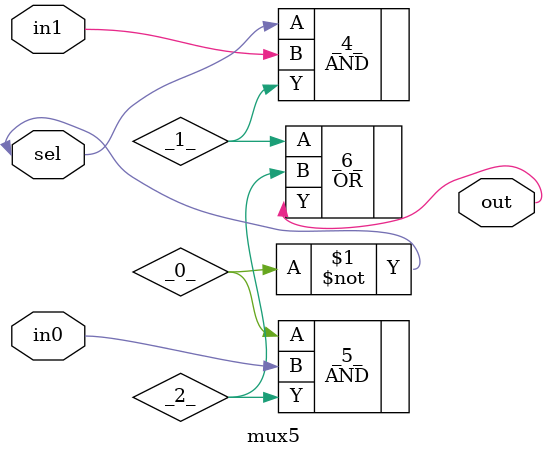
<source format=v>
/* Generated by Yosys 0.41+83 (git sha1 7045cf509, x86_64-w64-mingw32-g++ 13.2.1 -Os) */

/* cells_not_processed =  1  */
/* src = "mux5.v:2.1-7.10" */
module mux5(in0, in1, sel, out);
  wire _0_;
  wire _1_;
  wire _2_;
  /* src = "mux5.v:2.20-2.23" */
  input in0;
  wire in0;
  /* src = "mux5.v:2.31-2.34" */
  input in1;
  wire in1;
  /* src = "mux5.v:3.28-3.31" */
  output out;
  wire out;
  /* src = "mux5.v:2.42-2.45" */
  input sel;
  wire sel;
  not _3_ (
    .A(sel),
    .Y(_0_)
  );
  AND _4_ (
    .A(sel),
    .B(in1),
    .Y(_1_)
  );
  AND _5_ (
    .A(_0_),
    .B(in0),
    .Y(_2_)
  );
  OR _6_ (
    .A(_1_),
    .B(_2_),
    .Y(out)
  );
endmodule

</source>
